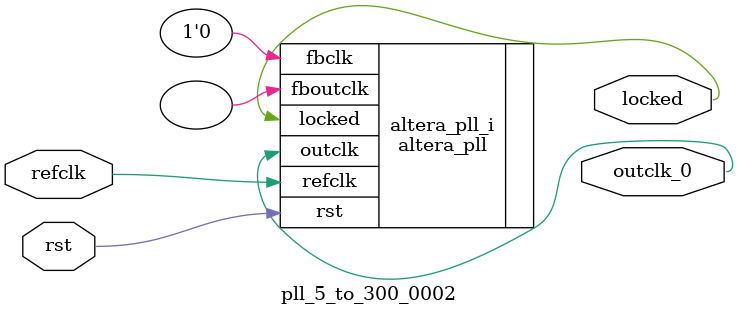
<source format=v>
`timescale 1ns/10ps
module  pll_5_to_300_0002(

	// interface 'refclk'
	input wire refclk,

	// interface 'reset'
	input wire rst,

	// interface 'outclk0'
	output wire outclk_0,

	// interface 'locked'
	output wire locked
);

	altera_pll #(
		.fractional_vco_multiplier("false"),
		.reference_clock_frequency("5.0 MHz"),
		.operation_mode("direct"),
		.number_of_clocks(1),
		.output_clock_frequency0("300.000000 MHz"),
		.phase_shift0("0 ps"),
		.duty_cycle0(50),
		.output_clock_frequency1("0 MHz"),
		.phase_shift1("0 ps"),
		.duty_cycle1(50),
		.output_clock_frequency2("0 MHz"),
		.phase_shift2("0 ps"),
		.duty_cycle2(50),
		.output_clock_frequency3("0 MHz"),
		.phase_shift3("0 ps"),
		.duty_cycle3(50),
		.output_clock_frequency4("0 MHz"),
		.phase_shift4("0 ps"),
		.duty_cycle4(50),
		.output_clock_frequency5("0 MHz"),
		.phase_shift5("0 ps"),
		.duty_cycle5(50),
		.output_clock_frequency6("0 MHz"),
		.phase_shift6("0 ps"),
		.duty_cycle6(50),
		.output_clock_frequency7("0 MHz"),
		.phase_shift7("0 ps"),
		.duty_cycle7(50),
		.output_clock_frequency8("0 MHz"),
		.phase_shift8("0 ps"),
		.duty_cycle8(50),
		.output_clock_frequency9("0 MHz"),
		.phase_shift9("0 ps"),
		.duty_cycle9(50),
		.output_clock_frequency10("0 MHz"),
		.phase_shift10("0 ps"),
		.duty_cycle10(50),
		.output_clock_frequency11("0 MHz"),
		.phase_shift11("0 ps"),
		.duty_cycle11(50),
		.output_clock_frequency12("0 MHz"),
		.phase_shift12("0 ps"),
		.duty_cycle12(50),
		.output_clock_frequency13("0 MHz"),
		.phase_shift13("0 ps"),
		.duty_cycle13(50),
		.output_clock_frequency14("0 MHz"),
		.phase_shift14("0 ps"),
		.duty_cycle14(50),
		.output_clock_frequency15("0 MHz"),
		.phase_shift15("0 ps"),
		.duty_cycle15(50),
		.output_clock_frequency16("0 MHz"),
		.phase_shift16("0 ps"),
		.duty_cycle16(50),
		.output_clock_frequency17("0 MHz"),
		.phase_shift17("0 ps"),
		.duty_cycle17(50),
		.pll_type("General"),
		.pll_subtype("General")
	) altera_pll_i (
		.rst	(rst),
		.outclk	({outclk_0}),
		.locked	(locked),
		.fboutclk	( ),
		.fbclk	(1'b0),
		.refclk	(refclk)
	);
endmodule


</source>
